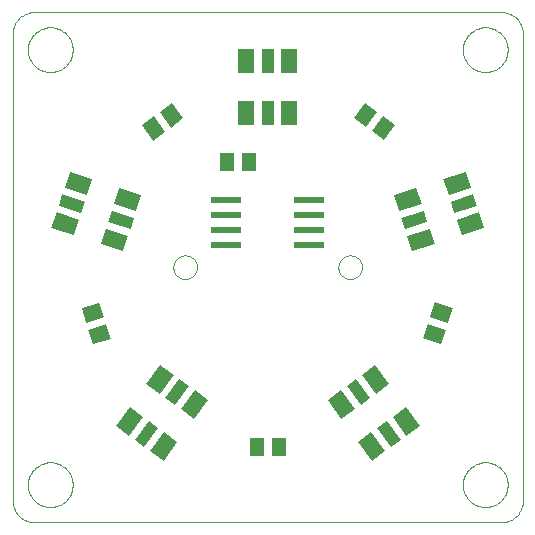
<source format=gtp>
G75*
G70*
%OFA0B0*%
%FSLAX24Y24*%
%IPPOS*%
%LPD*%
%AMOC8*
5,1,8,0,0,1.08239X$1,22.5*
%
%ADD10C,0.0000*%
%ADD11R,0.0512X0.0630*%
%ADD12R,0.1000X0.0240*%
%ADD13R,0.0551X0.0787*%
%ADD14R,0.0394X0.0787*%
%ADD15R,0.0787X0.0551*%
%ADD16R,0.0787X0.0394*%
D10*
X000150Y000857D02*
X000150Y016443D01*
X000152Y016493D01*
X000157Y016544D01*
X000166Y016593D01*
X000179Y016642D01*
X000195Y016690D01*
X000214Y016737D01*
X000236Y016782D01*
X000262Y016825D01*
X000291Y016867D01*
X000323Y016906D01*
X000357Y016943D01*
X000394Y016977D01*
X000433Y017009D01*
X000475Y017038D01*
X000518Y017064D01*
X000563Y017086D01*
X000610Y017105D01*
X000658Y017121D01*
X000707Y017134D01*
X000756Y017143D01*
X000807Y017148D01*
X000857Y017150D01*
X016443Y017150D01*
X016493Y017148D01*
X016544Y017143D01*
X016593Y017134D01*
X016642Y017121D01*
X016690Y017105D01*
X016737Y017086D01*
X016782Y017064D01*
X016825Y017038D01*
X016867Y017009D01*
X016906Y016977D01*
X016943Y016943D01*
X016977Y016906D01*
X017009Y016867D01*
X017038Y016825D01*
X017064Y016782D01*
X017086Y016737D01*
X017105Y016690D01*
X017121Y016642D01*
X017134Y016593D01*
X017143Y016544D01*
X017148Y016493D01*
X017150Y016443D01*
X017150Y000857D01*
X017148Y000807D01*
X017143Y000756D01*
X017134Y000707D01*
X017121Y000658D01*
X017105Y000610D01*
X017086Y000563D01*
X017064Y000518D01*
X017038Y000475D01*
X017009Y000433D01*
X016977Y000394D01*
X016943Y000357D01*
X016906Y000323D01*
X016867Y000291D01*
X016825Y000262D01*
X016782Y000236D01*
X016737Y000214D01*
X016690Y000195D01*
X016642Y000179D01*
X016593Y000166D01*
X016544Y000157D01*
X016493Y000152D01*
X016443Y000150D01*
X000857Y000150D01*
X000807Y000152D01*
X000756Y000157D01*
X000707Y000166D01*
X000658Y000179D01*
X000610Y000195D01*
X000563Y000214D01*
X000518Y000236D01*
X000475Y000262D01*
X000433Y000291D01*
X000394Y000323D01*
X000357Y000357D01*
X000323Y000394D01*
X000291Y000433D01*
X000262Y000475D01*
X000236Y000518D01*
X000214Y000563D01*
X000195Y000610D01*
X000179Y000658D01*
X000166Y000707D01*
X000157Y000756D01*
X000152Y000807D01*
X000150Y000857D01*
X000652Y001400D02*
X000654Y001455D01*
X000660Y001509D01*
X000670Y001563D01*
X000684Y001615D01*
X000701Y001667D01*
X000723Y001717D01*
X000748Y001766D01*
X000776Y001813D01*
X000808Y001857D01*
X000843Y001899D01*
X000881Y001938D01*
X000922Y001975D01*
X000965Y002008D01*
X001010Y002038D01*
X001058Y002065D01*
X001107Y002088D01*
X001158Y002108D01*
X001211Y002124D01*
X001264Y002136D01*
X001318Y002144D01*
X001373Y002148D01*
X001427Y002148D01*
X001482Y002144D01*
X001536Y002136D01*
X001589Y002124D01*
X001642Y002108D01*
X001693Y002088D01*
X001742Y002065D01*
X001790Y002038D01*
X001835Y002008D01*
X001878Y001975D01*
X001919Y001938D01*
X001957Y001899D01*
X001992Y001857D01*
X002024Y001813D01*
X002052Y001766D01*
X002077Y001717D01*
X002099Y001667D01*
X002116Y001615D01*
X002130Y001563D01*
X002140Y001509D01*
X002146Y001455D01*
X002148Y001400D01*
X002146Y001345D01*
X002140Y001291D01*
X002130Y001237D01*
X002116Y001185D01*
X002099Y001133D01*
X002077Y001083D01*
X002052Y001034D01*
X002024Y000987D01*
X001992Y000943D01*
X001957Y000901D01*
X001919Y000862D01*
X001878Y000825D01*
X001835Y000792D01*
X001790Y000762D01*
X001742Y000735D01*
X001693Y000712D01*
X001642Y000692D01*
X001589Y000676D01*
X001536Y000664D01*
X001482Y000656D01*
X001427Y000652D01*
X001373Y000652D01*
X001318Y000656D01*
X001264Y000664D01*
X001211Y000676D01*
X001158Y000692D01*
X001107Y000712D01*
X001058Y000735D01*
X001010Y000762D01*
X000965Y000792D01*
X000922Y000825D01*
X000881Y000862D01*
X000843Y000901D01*
X000808Y000943D01*
X000776Y000987D01*
X000748Y001034D01*
X000723Y001083D01*
X000701Y001133D01*
X000684Y001185D01*
X000670Y001237D01*
X000660Y001291D01*
X000654Y001345D01*
X000652Y001400D01*
X005506Y008650D02*
X005508Y008689D01*
X005514Y008728D01*
X005524Y008766D01*
X005537Y008803D01*
X005554Y008838D01*
X005574Y008872D01*
X005598Y008903D01*
X005625Y008932D01*
X005654Y008958D01*
X005686Y008981D01*
X005720Y009001D01*
X005756Y009017D01*
X005793Y009029D01*
X005832Y009038D01*
X005871Y009043D01*
X005910Y009044D01*
X005949Y009041D01*
X005988Y009034D01*
X006025Y009023D01*
X006062Y009009D01*
X006097Y008991D01*
X006130Y008970D01*
X006161Y008945D01*
X006189Y008918D01*
X006214Y008888D01*
X006236Y008855D01*
X006255Y008821D01*
X006270Y008785D01*
X006282Y008747D01*
X006290Y008709D01*
X006294Y008670D01*
X006294Y008630D01*
X006290Y008591D01*
X006282Y008553D01*
X006270Y008515D01*
X006255Y008479D01*
X006236Y008445D01*
X006214Y008412D01*
X006189Y008382D01*
X006161Y008355D01*
X006130Y008330D01*
X006097Y008309D01*
X006062Y008291D01*
X006025Y008277D01*
X005988Y008266D01*
X005949Y008259D01*
X005910Y008256D01*
X005871Y008257D01*
X005832Y008262D01*
X005793Y008271D01*
X005756Y008283D01*
X005720Y008299D01*
X005686Y008319D01*
X005654Y008342D01*
X005625Y008368D01*
X005598Y008397D01*
X005574Y008428D01*
X005554Y008462D01*
X005537Y008497D01*
X005524Y008534D01*
X005514Y008572D01*
X005508Y008611D01*
X005506Y008650D01*
X011006Y008650D02*
X011008Y008689D01*
X011014Y008728D01*
X011024Y008766D01*
X011037Y008803D01*
X011054Y008838D01*
X011074Y008872D01*
X011098Y008903D01*
X011125Y008932D01*
X011154Y008958D01*
X011186Y008981D01*
X011220Y009001D01*
X011256Y009017D01*
X011293Y009029D01*
X011332Y009038D01*
X011371Y009043D01*
X011410Y009044D01*
X011449Y009041D01*
X011488Y009034D01*
X011525Y009023D01*
X011562Y009009D01*
X011597Y008991D01*
X011630Y008970D01*
X011661Y008945D01*
X011689Y008918D01*
X011714Y008888D01*
X011736Y008855D01*
X011755Y008821D01*
X011770Y008785D01*
X011782Y008747D01*
X011790Y008709D01*
X011794Y008670D01*
X011794Y008630D01*
X011790Y008591D01*
X011782Y008553D01*
X011770Y008515D01*
X011755Y008479D01*
X011736Y008445D01*
X011714Y008412D01*
X011689Y008382D01*
X011661Y008355D01*
X011630Y008330D01*
X011597Y008309D01*
X011562Y008291D01*
X011525Y008277D01*
X011488Y008266D01*
X011449Y008259D01*
X011410Y008256D01*
X011371Y008257D01*
X011332Y008262D01*
X011293Y008271D01*
X011256Y008283D01*
X011220Y008299D01*
X011186Y008319D01*
X011154Y008342D01*
X011125Y008368D01*
X011098Y008397D01*
X011074Y008428D01*
X011054Y008462D01*
X011037Y008497D01*
X011024Y008534D01*
X011014Y008572D01*
X011008Y008611D01*
X011006Y008650D01*
X015152Y015900D02*
X015154Y015955D01*
X015160Y016009D01*
X015170Y016063D01*
X015184Y016115D01*
X015201Y016167D01*
X015223Y016217D01*
X015248Y016266D01*
X015276Y016313D01*
X015308Y016357D01*
X015343Y016399D01*
X015381Y016438D01*
X015422Y016475D01*
X015465Y016508D01*
X015510Y016538D01*
X015558Y016565D01*
X015607Y016588D01*
X015658Y016608D01*
X015711Y016624D01*
X015764Y016636D01*
X015818Y016644D01*
X015873Y016648D01*
X015927Y016648D01*
X015982Y016644D01*
X016036Y016636D01*
X016089Y016624D01*
X016142Y016608D01*
X016193Y016588D01*
X016242Y016565D01*
X016290Y016538D01*
X016335Y016508D01*
X016378Y016475D01*
X016419Y016438D01*
X016457Y016399D01*
X016492Y016357D01*
X016524Y016313D01*
X016552Y016266D01*
X016577Y016217D01*
X016599Y016167D01*
X016616Y016115D01*
X016630Y016063D01*
X016640Y016009D01*
X016646Y015955D01*
X016648Y015900D01*
X016646Y015845D01*
X016640Y015791D01*
X016630Y015737D01*
X016616Y015685D01*
X016599Y015633D01*
X016577Y015583D01*
X016552Y015534D01*
X016524Y015487D01*
X016492Y015443D01*
X016457Y015401D01*
X016419Y015362D01*
X016378Y015325D01*
X016335Y015292D01*
X016290Y015262D01*
X016242Y015235D01*
X016193Y015212D01*
X016142Y015192D01*
X016089Y015176D01*
X016036Y015164D01*
X015982Y015156D01*
X015927Y015152D01*
X015873Y015152D01*
X015818Y015156D01*
X015764Y015164D01*
X015711Y015176D01*
X015658Y015192D01*
X015607Y015212D01*
X015558Y015235D01*
X015510Y015262D01*
X015465Y015292D01*
X015422Y015325D01*
X015381Y015362D01*
X015343Y015401D01*
X015308Y015443D01*
X015276Y015487D01*
X015248Y015534D01*
X015223Y015583D01*
X015201Y015633D01*
X015184Y015685D01*
X015170Y015737D01*
X015160Y015791D01*
X015154Y015845D01*
X015152Y015900D01*
X000652Y015900D02*
X000654Y015955D01*
X000660Y016009D01*
X000670Y016063D01*
X000684Y016115D01*
X000701Y016167D01*
X000723Y016217D01*
X000748Y016266D01*
X000776Y016313D01*
X000808Y016357D01*
X000843Y016399D01*
X000881Y016438D01*
X000922Y016475D01*
X000965Y016508D01*
X001010Y016538D01*
X001058Y016565D01*
X001107Y016588D01*
X001158Y016608D01*
X001211Y016624D01*
X001264Y016636D01*
X001318Y016644D01*
X001373Y016648D01*
X001427Y016648D01*
X001482Y016644D01*
X001536Y016636D01*
X001589Y016624D01*
X001642Y016608D01*
X001693Y016588D01*
X001742Y016565D01*
X001790Y016538D01*
X001835Y016508D01*
X001878Y016475D01*
X001919Y016438D01*
X001957Y016399D01*
X001992Y016357D01*
X002024Y016313D01*
X002052Y016266D01*
X002077Y016217D01*
X002099Y016167D01*
X002116Y016115D01*
X002130Y016063D01*
X002140Y016009D01*
X002146Y015955D01*
X002148Y015900D01*
X002146Y015845D01*
X002140Y015791D01*
X002130Y015737D01*
X002116Y015685D01*
X002099Y015633D01*
X002077Y015583D01*
X002052Y015534D01*
X002024Y015487D01*
X001992Y015443D01*
X001957Y015401D01*
X001919Y015362D01*
X001878Y015325D01*
X001835Y015292D01*
X001790Y015262D01*
X001742Y015235D01*
X001693Y015212D01*
X001642Y015192D01*
X001589Y015176D01*
X001536Y015164D01*
X001482Y015156D01*
X001427Y015152D01*
X001373Y015152D01*
X001318Y015156D01*
X001264Y015164D01*
X001211Y015176D01*
X001158Y015192D01*
X001107Y015212D01*
X001058Y015235D01*
X001010Y015262D01*
X000965Y015292D01*
X000922Y015325D01*
X000881Y015362D01*
X000843Y015401D01*
X000808Y015443D01*
X000776Y015487D01*
X000748Y015534D01*
X000723Y015583D01*
X000701Y015633D01*
X000684Y015685D01*
X000670Y015737D01*
X000660Y015791D01*
X000654Y015845D01*
X000652Y015900D01*
X015152Y001400D02*
X015154Y001455D01*
X015160Y001509D01*
X015170Y001563D01*
X015184Y001615D01*
X015201Y001667D01*
X015223Y001717D01*
X015248Y001766D01*
X015276Y001813D01*
X015308Y001857D01*
X015343Y001899D01*
X015381Y001938D01*
X015422Y001975D01*
X015465Y002008D01*
X015510Y002038D01*
X015558Y002065D01*
X015607Y002088D01*
X015658Y002108D01*
X015711Y002124D01*
X015764Y002136D01*
X015818Y002144D01*
X015873Y002148D01*
X015927Y002148D01*
X015982Y002144D01*
X016036Y002136D01*
X016089Y002124D01*
X016142Y002108D01*
X016193Y002088D01*
X016242Y002065D01*
X016290Y002038D01*
X016335Y002008D01*
X016378Y001975D01*
X016419Y001938D01*
X016457Y001899D01*
X016492Y001857D01*
X016524Y001813D01*
X016552Y001766D01*
X016577Y001717D01*
X016599Y001667D01*
X016616Y001615D01*
X016630Y001563D01*
X016640Y001509D01*
X016646Y001455D01*
X016648Y001400D01*
X016646Y001345D01*
X016640Y001291D01*
X016630Y001237D01*
X016616Y001185D01*
X016599Y001133D01*
X016577Y001083D01*
X016552Y001034D01*
X016524Y000987D01*
X016492Y000943D01*
X016457Y000901D01*
X016419Y000862D01*
X016378Y000825D01*
X016335Y000792D01*
X016290Y000762D01*
X016242Y000735D01*
X016193Y000712D01*
X016142Y000692D01*
X016089Y000676D01*
X016036Y000664D01*
X015982Y000656D01*
X015927Y000652D01*
X015873Y000652D01*
X015818Y000656D01*
X015764Y000664D01*
X015711Y000676D01*
X015658Y000692D01*
X015607Y000712D01*
X015558Y000735D01*
X015510Y000762D01*
X015465Y000792D01*
X015422Y000825D01*
X015381Y000862D01*
X015343Y000901D01*
X015308Y000943D01*
X015276Y000987D01*
X015248Y001034D01*
X015223Y001083D01*
X015201Y001133D01*
X015184Y001185D01*
X015170Y001237D01*
X015160Y001291D01*
X015154Y001345D01*
X015152Y001400D01*
D11*
G36*
X014591Y006571D02*
X014433Y006085D01*
X013835Y006279D01*
X013993Y006765D01*
X014591Y006571D01*
G37*
G36*
X014822Y007282D02*
X014664Y006796D01*
X014066Y006990D01*
X014224Y007476D01*
X014822Y007282D01*
G37*
X009037Y002650D03*
X008288Y002650D03*
G36*
X003272Y006758D02*
X003430Y006272D01*
X002832Y006078D01*
X002674Y006564D01*
X003272Y006758D01*
G37*
G36*
X003040Y007469D02*
X003198Y006983D01*
X002600Y006789D01*
X002442Y007275D01*
X003040Y007469D01*
G37*
X007276Y012150D03*
X008024Y012150D03*
G36*
X005832Y013609D02*
X005419Y013308D01*
X005048Y013817D01*
X005461Y014118D01*
X005832Y013609D01*
G37*
G36*
X005227Y013169D02*
X004814Y012868D01*
X004443Y013377D01*
X004856Y013678D01*
X005227Y013169D01*
G37*
G36*
X011928Y013319D02*
X011515Y013620D01*
X011886Y014129D01*
X012299Y013828D01*
X011928Y013319D01*
G37*
G36*
X012533Y012879D02*
X012120Y013180D01*
X012491Y013689D01*
X012904Y013388D01*
X012533Y012879D01*
G37*
D12*
X010035Y010900D03*
X010035Y010400D03*
X010035Y009900D03*
X010035Y009400D03*
X007255Y009400D03*
X007255Y009900D03*
X007255Y010400D03*
X007255Y010900D03*
D13*
X007941Y013784D03*
X009359Y013784D03*
X009359Y015516D03*
X007941Y015516D03*
D14*
X008650Y015516D03*
X008650Y013784D03*
D15*
G36*
X013775Y010766D02*
X013029Y010524D01*
X012859Y011046D01*
X013605Y011288D01*
X013775Y010766D01*
G37*
G36*
X014213Y009418D02*
X013467Y009176D01*
X013297Y009698D01*
X014043Y009940D01*
X014213Y009418D01*
G37*
G36*
X015861Y009954D02*
X015115Y009712D01*
X014945Y010234D01*
X015691Y010476D01*
X015861Y009954D01*
G37*
G36*
X015423Y011302D02*
X014677Y011060D01*
X014507Y011582D01*
X015253Y011824D01*
X015423Y011302D01*
G37*
G36*
X012252Y004438D02*
X011791Y005073D01*
X012236Y005396D01*
X012697Y004761D01*
X012252Y004438D01*
G37*
G36*
X011106Y003605D02*
X010645Y004240D01*
X011090Y004563D01*
X011551Y003928D01*
X011106Y003605D01*
G37*
G36*
X012124Y002204D02*
X011663Y002839D01*
X012108Y003162D01*
X012569Y002527D01*
X012124Y002204D01*
G37*
G36*
X013270Y003037D02*
X012809Y003672D01*
X013254Y003995D01*
X013715Y003360D01*
X013270Y003037D01*
G37*
G36*
X005749Y003928D02*
X006210Y004563D01*
X006655Y004240D01*
X006194Y003605D01*
X005749Y003928D01*
G37*
G36*
X004603Y004761D02*
X005064Y005396D01*
X005509Y005073D01*
X005048Y004438D01*
X004603Y004761D01*
G37*
G36*
X003585Y003360D02*
X004046Y003995D01*
X004491Y003672D01*
X004030Y003037D01*
X003585Y003360D01*
G37*
G36*
X004731Y002527D02*
X005192Y003162D01*
X005637Y002839D01*
X005176Y002204D01*
X004731Y002527D01*
G37*
G36*
X003257Y009940D02*
X004003Y009698D01*
X003833Y009176D01*
X003087Y009418D01*
X003257Y009940D01*
G37*
G36*
X003695Y011288D02*
X004441Y011046D01*
X004271Y010524D01*
X003525Y010766D01*
X003695Y011288D01*
G37*
G36*
X002047Y011824D02*
X002793Y011582D01*
X002623Y011060D01*
X001877Y011302D01*
X002047Y011824D01*
G37*
G36*
X001609Y010476D02*
X002355Y010234D01*
X002185Y009712D01*
X001439Y009954D01*
X001609Y010476D01*
G37*
D16*
G36*
X001804Y011076D02*
X002550Y010833D01*
X002428Y010460D01*
X001682Y010703D01*
X001804Y011076D01*
G37*
G36*
X003452Y010540D02*
X004198Y010297D01*
X004076Y009924D01*
X003330Y010167D01*
X003452Y010540D01*
G37*
G36*
X005239Y004299D02*
X005700Y004934D01*
X006019Y004703D01*
X005558Y004068D01*
X005239Y004299D01*
G37*
G36*
X004221Y002897D02*
X004682Y003532D01*
X005001Y003301D01*
X004540Y002666D01*
X004221Y002897D01*
G37*
G36*
X011742Y004068D02*
X011281Y004703D01*
X011600Y004934D01*
X012061Y004299D01*
X011742Y004068D01*
G37*
G36*
X012760Y002666D02*
X012299Y003301D01*
X012618Y003532D01*
X013079Y002897D01*
X012760Y002666D01*
G37*
G36*
X013970Y010167D02*
X013224Y009924D01*
X013102Y010297D01*
X013848Y010540D01*
X013970Y010167D01*
G37*
G36*
X015618Y010703D02*
X014872Y010460D01*
X014750Y010833D01*
X015496Y011076D01*
X015618Y010703D01*
G37*
M02*

</source>
